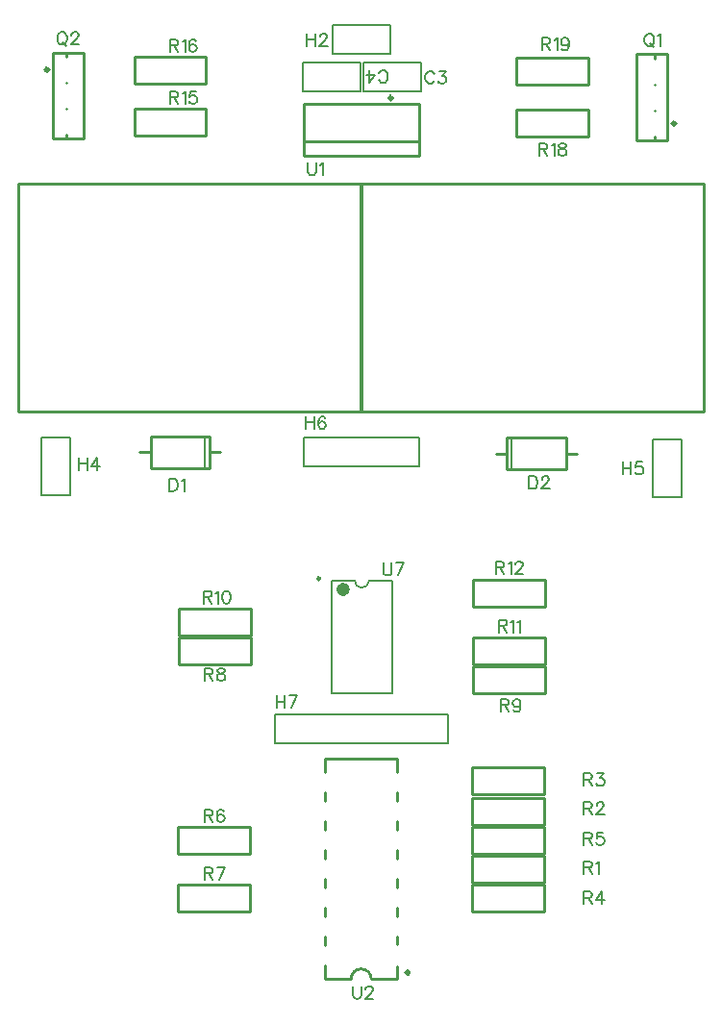
<source format=gto>
G04 Layer: TopSilkscreenLayer*
G04 EasyEDA v6.5.48, 2025-03-25 09:41:14*
G04 1b9fd03e791046f9bebca906f8adb083,878c4c1e0da8487e804687d0af4422f9,10*
G04 Gerber Generator version 0.2*
G04 Scale: 100 percent, Rotated: No, Reflected: No *
G04 Dimensions in millimeters *
G04 leading zeros omitted , absolute positions ,4 integer and 5 decimal *
%FSLAX45Y45*%
%MOMM*%

%ADD10C,0.1524*%
%ADD11C,0.2540*%
%ADD12C,0.2032*%
%ADD13C,0.2030*%
%ADD14C,0.2007*%
%ADD15C,0.2000*%
%ADD16C,0.2400*%
%ADD17C,0.2500*%
%ADD18C,0.6000*%
%ADD19C,0.3000*%
%ADD20C,0.0185*%

%LPD*%
D10*
X4527933Y8667722D02*
G01*
X4527933Y8589744D01*
X4533013Y8574250D01*
X4543427Y8563836D01*
X4558921Y8558756D01*
X4569335Y8558756D01*
X4585083Y8563836D01*
X4595243Y8574250D01*
X4600577Y8589744D01*
X4600577Y8667722D01*
X4634867Y8646894D02*
G01*
X4645281Y8652228D01*
X4660775Y8667722D01*
X4660775Y8558756D01*
X6959597Y2515631D02*
G01*
X6959597Y2406665D01*
X6959597Y2515631D02*
G01*
X7006333Y2515631D01*
X7021827Y2510551D01*
X7027161Y2505217D01*
X7032241Y2494803D01*
X7032241Y2484389D01*
X7027161Y2473975D01*
X7021827Y2468895D01*
X7006333Y2463815D01*
X6959597Y2463815D01*
X6995919Y2463815D02*
G01*
X7032241Y2406665D01*
X7066531Y2494803D02*
G01*
X7076945Y2500137D01*
X7092693Y2515631D01*
X7092693Y2406665D01*
X6959589Y3036326D02*
G01*
X6959589Y2927360D01*
X6959589Y3036326D02*
G01*
X7006325Y3036326D01*
X7021819Y3031246D01*
X7027153Y3025912D01*
X7032233Y3015498D01*
X7032233Y3005084D01*
X7027153Y2994670D01*
X7021819Y2989590D01*
X7006325Y2984510D01*
X6959589Y2984510D01*
X6995911Y2984510D02*
G01*
X7032233Y2927360D01*
X7071857Y3010418D02*
G01*
X7071857Y3015498D01*
X7076937Y3025912D01*
X7082271Y3031246D01*
X7092685Y3036326D01*
X7113259Y3036326D01*
X7123673Y3031246D01*
X7129007Y3025912D01*
X7134087Y3015498D01*
X7134087Y3005084D01*
X7129007Y2994670D01*
X7118593Y2979176D01*
X7066523Y2927360D01*
X7139421Y2927360D01*
X6959584Y2248921D02*
G01*
X6959584Y2139701D01*
X6959584Y2248921D02*
G01*
X7006320Y2248921D01*
X7021814Y2243841D01*
X7027148Y2238507D01*
X7032228Y2228093D01*
X7032228Y2217679D01*
X7027148Y2207265D01*
X7021814Y2202185D01*
X7006320Y2196851D01*
X6959584Y2196851D01*
X6995906Y2196851D02*
G01*
X7032228Y2139701D01*
X7118588Y2248921D02*
G01*
X7066518Y2176277D01*
X7144496Y2176277D01*
X7118588Y2248921D02*
G01*
X7118588Y2139701D01*
X6959610Y2769595D02*
G01*
X6959610Y2660629D01*
X6959610Y2769595D02*
G01*
X7006346Y2769595D01*
X7021840Y2764515D01*
X7027174Y2759181D01*
X7032254Y2748767D01*
X7032254Y2738353D01*
X7027174Y2727939D01*
X7021840Y2722859D01*
X7006346Y2717779D01*
X6959610Y2717779D01*
X6995932Y2717779D02*
G01*
X7032254Y2660629D01*
X7129028Y2769595D02*
G01*
X7076958Y2769595D01*
X7071878Y2722859D01*
X7076958Y2727939D01*
X7092706Y2733273D01*
X7108200Y2733273D01*
X7123694Y2727939D01*
X7134108Y2717779D01*
X7139442Y2702031D01*
X7139442Y2691617D01*
X7134108Y2676123D01*
X7123694Y2665709D01*
X7108200Y2660629D01*
X7092706Y2660629D01*
X7076958Y2665709D01*
X7071878Y2670789D01*
X7066544Y2681203D01*
X3619500Y2972851D02*
G01*
X3619500Y2863631D01*
X3619500Y2972851D02*
G01*
X3666236Y2972851D01*
X3681729Y2967771D01*
X3687063Y2962437D01*
X3692143Y2952023D01*
X3692143Y2941609D01*
X3687063Y2931195D01*
X3681729Y2926115D01*
X3666236Y2920781D01*
X3619500Y2920781D01*
X3655822Y2920781D02*
G01*
X3692143Y2863631D01*
X3788918Y2957357D02*
G01*
X3783584Y2967771D01*
X3768090Y2972851D01*
X3757675Y2972851D01*
X3742181Y2967771D01*
X3731768Y2952023D01*
X3726434Y2926115D01*
X3726434Y2900207D01*
X3731768Y2879379D01*
X3742181Y2868965D01*
X3757675Y2863631D01*
X3763009Y2863631D01*
X3778504Y2868965D01*
X3788918Y2879379D01*
X3793997Y2894873D01*
X3793997Y2900207D01*
X3788918Y2915701D01*
X3778504Y2926115D01*
X3763009Y2931195D01*
X3757675Y2931195D01*
X3742181Y2926115D01*
X3731768Y2915701D01*
X3726434Y2900207D01*
X3619500Y2464851D02*
G01*
X3619500Y2355631D01*
X3619500Y2464851D02*
G01*
X3666236Y2464851D01*
X3681729Y2459771D01*
X3687063Y2454437D01*
X3692143Y2444023D01*
X3692143Y2433609D01*
X3687063Y2423195D01*
X3681729Y2418115D01*
X3666236Y2412781D01*
X3619500Y2412781D01*
X3655822Y2412781D02*
G01*
X3692143Y2355631D01*
X3799331Y2464851D02*
G01*
X3747261Y2355631D01*
X3726434Y2464851D02*
G01*
X3799331Y2464851D01*
X3619484Y4217375D02*
G01*
X3619484Y4108409D01*
X3619484Y4217375D02*
G01*
X3666220Y4217375D01*
X3681714Y4212295D01*
X3687048Y4206961D01*
X3692128Y4196547D01*
X3692128Y4186133D01*
X3687048Y4175973D01*
X3681714Y4170639D01*
X3666220Y4165559D01*
X3619484Y4165559D01*
X3655806Y4165559D02*
G01*
X3692128Y4108409D01*
X3752580Y4217375D02*
G01*
X3736832Y4212295D01*
X3731752Y4201881D01*
X3731752Y4191467D01*
X3736832Y4181053D01*
X3747246Y4175973D01*
X3768074Y4170639D01*
X3783568Y4165559D01*
X3793982Y4155145D01*
X3799316Y4144731D01*
X3799316Y4128983D01*
X3793982Y4118823D01*
X3788902Y4113489D01*
X3773154Y4108409D01*
X3752580Y4108409D01*
X3736832Y4113489D01*
X3731752Y4118823D01*
X3726418Y4128983D01*
X3726418Y4144731D01*
X3731752Y4155145D01*
X3742166Y4165559D01*
X3757660Y4170639D01*
X3778488Y4175973D01*
X3788902Y4181053D01*
X3793982Y4191467D01*
X3793982Y4201881D01*
X3788902Y4212295D01*
X3773154Y4217375D01*
X3752580Y4217375D01*
X6226276Y3943339D02*
G01*
X6226276Y3834373D01*
X6226276Y3943339D02*
G01*
X6273012Y3943339D01*
X6288506Y3938259D01*
X6293840Y3932925D01*
X6298920Y3922511D01*
X6298920Y3912097D01*
X6293840Y3901937D01*
X6288506Y3896603D01*
X6273012Y3891523D01*
X6226276Y3891523D01*
X6262598Y3891523D02*
G01*
X6298920Y3834373D01*
X6400774Y3907017D02*
G01*
X6395694Y3891523D01*
X6385280Y3881109D01*
X6369786Y3875775D01*
X6364452Y3875775D01*
X6348958Y3881109D01*
X6338544Y3891523D01*
X6333210Y3907017D01*
X6333210Y3912097D01*
X6338544Y3927845D01*
X6348958Y3938259D01*
X6364452Y3943339D01*
X6369786Y3943339D01*
X6385280Y3938259D01*
X6395694Y3927845D01*
X6400774Y3907017D01*
X6400774Y3881109D01*
X6395694Y3854947D01*
X6385280Y3839453D01*
X6369786Y3834373D01*
X6359372Y3834373D01*
X6343624Y3839453D01*
X6338544Y3849867D01*
X3608034Y4895844D02*
G01*
X3608034Y4786878D01*
X3608034Y4895844D02*
G01*
X3654770Y4895844D01*
X3670264Y4890764D01*
X3675598Y4885430D01*
X3680678Y4875016D01*
X3680678Y4864602D01*
X3675598Y4854442D01*
X3670264Y4849108D01*
X3654770Y4844028D01*
X3608034Y4844028D01*
X3644356Y4844028D02*
G01*
X3680678Y4786878D01*
X3714968Y4875016D02*
G01*
X3725382Y4880350D01*
X3741130Y4895844D01*
X3741130Y4786878D01*
X3806408Y4895844D02*
G01*
X3790914Y4890764D01*
X3780500Y4875016D01*
X3775420Y4849108D01*
X3775420Y4833614D01*
X3780500Y4807452D01*
X3790914Y4791958D01*
X3806408Y4786878D01*
X3816822Y4786878D01*
X3832570Y4791958D01*
X3842984Y4807452D01*
X3848064Y4833614D01*
X3848064Y4849108D01*
X3842984Y4875016D01*
X3832570Y4890764D01*
X3816822Y4895844D01*
X3806408Y4895844D01*
X6184874Y5157170D02*
G01*
X6184874Y5048204D01*
X6184874Y5157170D02*
G01*
X6231610Y5157170D01*
X6247104Y5152090D01*
X6252438Y5146756D01*
X6257518Y5136342D01*
X6257518Y5125928D01*
X6252438Y5115768D01*
X6247104Y5110434D01*
X6231610Y5105354D01*
X6184874Y5105354D01*
X6221196Y5105354D02*
G01*
X6257518Y5048204D01*
X6291808Y5136342D02*
G01*
X6302222Y5141676D01*
X6317970Y5157170D01*
X6317970Y5048204D01*
X6357340Y5131262D02*
G01*
X6357340Y5136342D01*
X6362674Y5146756D01*
X6367754Y5152090D01*
X6378168Y5157170D01*
X6398996Y5157170D01*
X6409410Y5152090D01*
X6414490Y5146756D01*
X6419824Y5136342D01*
X6419824Y5125928D01*
X6414490Y5115768D01*
X6404076Y5100020D01*
X6352260Y5048204D01*
X6424904Y5048204D01*
X4511786Y6432537D02*
G01*
X4511786Y6323571D01*
X4584430Y6432537D02*
G01*
X4584430Y6323571D01*
X4511786Y6380721D02*
G01*
X4584430Y6380721D01*
X4681204Y6417043D02*
G01*
X4675870Y6427457D01*
X4660376Y6432537D01*
X4649962Y6432537D01*
X4634468Y6427457D01*
X4624054Y6411709D01*
X4618720Y6385801D01*
X4618720Y6359893D01*
X4624054Y6339065D01*
X4634468Y6328651D01*
X4649962Y6323571D01*
X4655296Y6323571D01*
X4670790Y6328651D01*
X4681204Y6339065D01*
X4686284Y6354559D01*
X4686284Y6359893D01*
X4681204Y6375387D01*
X4670790Y6385801D01*
X4655296Y6390881D01*
X4649962Y6390881D01*
X4634468Y6385801D01*
X4624054Y6375387D01*
X4618720Y6359893D01*
X4254482Y3976126D02*
G01*
X4254482Y3867160D01*
X4327126Y3976126D02*
G01*
X4327126Y3867160D01*
X4254482Y3924310D02*
G01*
X4327126Y3924310D01*
X4434314Y3976126D02*
G01*
X4382244Y3867160D01*
X4361416Y3976126D02*
G01*
X4434314Y3976126D01*
X3308586Y5886437D02*
G01*
X3308586Y5777471D01*
X3308586Y5886437D02*
G01*
X3344908Y5886437D01*
X3360656Y5881357D01*
X3370816Y5870943D01*
X3376150Y5860529D01*
X3381230Y5844781D01*
X3381230Y5818873D01*
X3376150Y5803379D01*
X3370816Y5792965D01*
X3360656Y5782551D01*
X3344908Y5777471D01*
X3308586Y5777471D01*
X3415520Y5865609D02*
G01*
X3425934Y5870943D01*
X3441682Y5886437D01*
X3441682Y5777471D01*
X6476987Y5906503D02*
G01*
X6476987Y5797537D01*
X6476987Y5906503D02*
G01*
X6513309Y5906503D01*
X6529057Y5901423D01*
X6539217Y5891009D01*
X6544551Y5880595D01*
X6549631Y5864847D01*
X6549631Y5838939D01*
X6544551Y5823445D01*
X6539217Y5813031D01*
X6529057Y5802617D01*
X6513309Y5797537D01*
X6476987Y5797537D01*
X6589255Y5880595D02*
G01*
X6589255Y5885675D01*
X6594335Y5896089D01*
X6599669Y5901423D01*
X6610083Y5906503D01*
X6630657Y5906503D01*
X6641071Y5901423D01*
X6646405Y5896089D01*
X6651485Y5885675D01*
X6651485Y5875261D01*
X6646405Y5864847D01*
X6635991Y5849353D01*
X6583921Y5797537D01*
X6656819Y5797537D01*
X6959589Y3290323D02*
G01*
X6959589Y3181357D01*
X6959589Y3290323D02*
G01*
X7006325Y3290323D01*
X7021819Y3285243D01*
X7027153Y3279909D01*
X7032233Y3269495D01*
X7032233Y3259081D01*
X7027153Y3248667D01*
X7021819Y3243587D01*
X7006325Y3238507D01*
X6959589Y3238507D01*
X6995911Y3238507D02*
G01*
X7032233Y3181357D01*
X7076937Y3290323D02*
G01*
X7134087Y3290323D01*
X7103099Y3248667D01*
X7118593Y3248667D01*
X7129007Y3243587D01*
X7134087Y3238507D01*
X7139421Y3222759D01*
X7139421Y3212345D01*
X7134087Y3196851D01*
X7123673Y3186437D01*
X7108179Y3181357D01*
X7092685Y3181357D01*
X7076937Y3186437D01*
X7071857Y3191517D01*
X7066523Y3201931D01*
X6207480Y4641816D02*
G01*
X6207480Y4532850D01*
X6207480Y4641816D02*
G01*
X6254216Y4641816D01*
X6269710Y4636736D01*
X6275044Y4631402D01*
X6280124Y4620988D01*
X6280124Y4610574D01*
X6275044Y4600160D01*
X6269710Y4595080D01*
X6254216Y4590000D01*
X6207480Y4590000D01*
X6243802Y4590000D02*
G01*
X6280124Y4532850D01*
X6314414Y4620988D02*
G01*
X6324828Y4626322D01*
X6340576Y4641816D01*
X6340576Y4532850D01*
X6374866Y4620988D02*
G01*
X6385280Y4626322D01*
X6400774Y4641816D01*
X6400774Y4532850D01*
X3314689Y9297438D02*
G01*
X3314689Y9188472D01*
X3314689Y9297438D02*
G01*
X3361425Y9297438D01*
X3376919Y9292358D01*
X3382253Y9287024D01*
X3387333Y9276610D01*
X3387333Y9266196D01*
X3382253Y9255782D01*
X3376919Y9250702D01*
X3361425Y9245622D01*
X3314689Y9245622D01*
X3351011Y9245622D02*
G01*
X3387333Y9188472D01*
X3421623Y9276610D02*
G01*
X3432037Y9281944D01*
X3447785Y9297438D01*
X3447785Y9188472D01*
X3544305Y9297438D02*
G01*
X3492489Y9297438D01*
X3487155Y9250702D01*
X3492489Y9255782D01*
X3507983Y9261116D01*
X3523477Y9261116D01*
X3539225Y9255782D01*
X3549639Y9245622D01*
X3554719Y9229874D01*
X3554719Y9219460D01*
X3549639Y9203966D01*
X3539225Y9193552D01*
X3523477Y9188472D01*
X3507983Y9188472D01*
X3492489Y9193552D01*
X3487155Y9198632D01*
X3482075Y9209046D01*
X3314689Y9754638D02*
G01*
X3314689Y9645672D01*
X3314689Y9754638D02*
G01*
X3361425Y9754638D01*
X3376919Y9749558D01*
X3382253Y9744224D01*
X3387333Y9733810D01*
X3387333Y9723396D01*
X3382253Y9712982D01*
X3376919Y9707902D01*
X3361425Y9702822D01*
X3314689Y9702822D01*
X3351011Y9702822D02*
G01*
X3387333Y9645672D01*
X3421623Y9733810D02*
G01*
X3432037Y9739144D01*
X3447785Y9754638D01*
X3447785Y9645672D01*
X3544305Y9739144D02*
G01*
X3539225Y9749558D01*
X3523477Y9754638D01*
X3513063Y9754638D01*
X3497569Y9749558D01*
X3487155Y9733810D01*
X3482075Y9707902D01*
X3482075Y9681994D01*
X3487155Y9661166D01*
X3497569Y9650752D01*
X3513063Y9645672D01*
X3518397Y9645672D01*
X3533891Y9650752D01*
X3544305Y9661166D01*
X3549639Y9676660D01*
X3549639Y9681994D01*
X3544305Y9697488D01*
X3533891Y9707902D01*
X3518397Y9712982D01*
X3513063Y9712982D01*
X3497569Y9707902D01*
X3487155Y9697488D01*
X3482075Y9681994D01*
X6565877Y8840195D02*
G01*
X6565877Y8731229D01*
X6565877Y8840195D02*
G01*
X6612613Y8840195D01*
X6628107Y8835115D01*
X6633441Y8829781D01*
X6638521Y8819367D01*
X6638521Y8808953D01*
X6633441Y8798539D01*
X6628107Y8793459D01*
X6612613Y8788379D01*
X6565877Y8788379D01*
X6602199Y8788379D02*
G01*
X6638521Y8731229D01*
X6672811Y8819367D02*
G01*
X6683225Y8824701D01*
X6698973Y8840195D01*
X6698973Y8731229D01*
X6759171Y8840195D02*
G01*
X6743677Y8835115D01*
X6738343Y8824701D01*
X6738343Y8814287D01*
X6743677Y8803873D01*
X6753837Y8798539D01*
X6774665Y8793459D01*
X6790413Y8788379D01*
X6800827Y8777965D01*
X6805907Y8767551D01*
X6805907Y8751803D01*
X6800827Y8741389D01*
X6795493Y8736309D01*
X6779999Y8731229D01*
X6759171Y8731229D01*
X6743677Y8736309D01*
X6738343Y8741389D01*
X6733263Y8751803D01*
X6733263Y8767551D01*
X6738343Y8777965D01*
X6748757Y8788379D01*
X6764251Y8793459D01*
X6785079Y8798539D01*
X6795493Y8803873D01*
X6800827Y8814287D01*
X6800827Y8824701D01*
X6795493Y8835115D01*
X6779999Y8840195D01*
X6759171Y8840195D01*
X6591277Y9767293D02*
G01*
X6591277Y9658327D01*
X6591277Y9767293D02*
G01*
X6638013Y9767293D01*
X6653507Y9762213D01*
X6658841Y9756879D01*
X6663921Y9746465D01*
X6663921Y9736051D01*
X6658841Y9725637D01*
X6653507Y9720557D01*
X6638013Y9715477D01*
X6591277Y9715477D01*
X6627599Y9715477D02*
G01*
X6663921Y9658327D01*
X6698211Y9746465D02*
G01*
X6708625Y9751799D01*
X6724373Y9767293D01*
X6724373Y9658327D01*
X6826227Y9730971D02*
G01*
X6820893Y9715477D01*
X6810479Y9705063D01*
X6794985Y9699729D01*
X6789651Y9699729D01*
X6774157Y9705063D01*
X6763743Y9715477D01*
X6758663Y9730971D01*
X6758663Y9736051D01*
X6763743Y9751799D01*
X6774157Y9762213D01*
X6789651Y9767293D01*
X6794985Y9767293D01*
X6810479Y9762213D01*
X6820893Y9751799D01*
X6826227Y9730971D01*
X6826227Y9705063D01*
X6820893Y9678901D01*
X6810479Y9663407D01*
X6794985Y9658327D01*
X6784571Y9658327D01*
X6769077Y9663407D01*
X6763743Y9673821D01*
X5640565Y9449274D02*
G01*
X5635231Y9459688D01*
X5624817Y9470102D01*
X5614657Y9475182D01*
X5593829Y9475182D01*
X5583415Y9470102D01*
X5573001Y9459688D01*
X5567667Y9449274D01*
X5562587Y9433526D01*
X5562587Y9407618D01*
X5567667Y9392124D01*
X5573001Y9381710D01*
X5583415Y9371296D01*
X5593829Y9366216D01*
X5614657Y9366216D01*
X5624817Y9371296D01*
X5635231Y9381710D01*
X5640565Y9392124D01*
X5685269Y9475182D02*
G01*
X5742419Y9475182D01*
X5711177Y9433526D01*
X5726671Y9433526D01*
X5737085Y9428446D01*
X5742419Y9423366D01*
X5747499Y9407618D01*
X5747499Y9397204D01*
X5742419Y9381710D01*
X5732005Y9371296D01*
X5716257Y9366216D01*
X5700763Y9366216D01*
X5685269Y9371296D01*
X5679935Y9376376D01*
X5674855Y9386790D01*
X5154411Y9397464D02*
G01*
X5159745Y9387050D01*
X5170159Y9376636D01*
X5180319Y9371556D01*
X5201147Y9371556D01*
X5211561Y9376636D01*
X5221975Y9387050D01*
X5227309Y9397464D01*
X5232389Y9413212D01*
X5232389Y9439120D01*
X5227309Y9454614D01*
X5221975Y9465028D01*
X5211561Y9475442D01*
X5201147Y9480522D01*
X5180319Y9480522D01*
X5170159Y9475442D01*
X5159745Y9465028D01*
X5154411Y9454614D01*
X5068305Y9371556D02*
G01*
X5120121Y9444200D01*
X5042143Y9444200D01*
X5068305Y9371556D02*
G01*
X5068305Y9480522D01*
X4521189Y9805395D02*
G01*
X4521189Y9696429D01*
X4593833Y9805395D02*
G01*
X4593833Y9696429D01*
X4521189Y9753579D02*
G01*
X4593833Y9753579D01*
X4633457Y9779487D02*
G01*
X4633457Y9784567D01*
X4638537Y9794981D01*
X4643871Y9800315D01*
X4654285Y9805395D01*
X4674859Y9805395D01*
X4685273Y9800315D01*
X4690607Y9794981D01*
X4695687Y9784567D01*
X4695687Y9774153D01*
X4690607Y9763739D01*
X4680193Y9748245D01*
X4628123Y9696429D01*
X4701021Y9696429D01*
X2514574Y6071615D02*
G01*
X2514574Y5962650D01*
X2587218Y6071615D02*
G01*
X2587218Y5962650D01*
X2514574Y6019800D02*
G01*
X2587218Y6019800D01*
X2673578Y6071615D02*
G01*
X2621508Y5998971D01*
X2699486Y5998971D01*
X2673578Y6071615D02*
G01*
X2673578Y5962650D01*
X7302474Y6033515D02*
G01*
X7302474Y5924550D01*
X7375118Y6033515D02*
G01*
X7375118Y5924550D01*
X7302474Y5981700D02*
G01*
X7375118Y5981700D01*
X7471892Y6033515D02*
G01*
X7419822Y6033515D01*
X7414742Y5986779D01*
X7419822Y5991860D01*
X7435570Y5997194D01*
X7451064Y5997194D01*
X7466558Y5991860D01*
X7476972Y5981700D01*
X7482306Y5965952D01*
X7482306Y5955537D01*
X7476972Y5940044D01*
X7466558Y5929629D01*
X7451064Y5924550D01*
X7435570Y5924550D01*
X7419822Y5929629D01*
X7414742Y5934710D01*
X7409408Y5945123D01*
X7524198Y9805403D02*
G01*
X7513784Y9800323D01*
X7503370Y9789909D01*
X7498036Y9779495D01*
X7492956Y9763747D01*
X7492956Y9737839D01*
X7498036Y9722345D01*
X7503370Y9711931D01*
X7513784Y9701517D01*
X7524198Y9696437D01*
X7545026Y9696437D01*
X7555186Y9701517D01*
X7565600Y9711931D01*
X7570934Y9722345D01*
X7576014Y9737839D01*
X7576014Y9763747D01*
X7570934Y9779495D01*
X7565600Y9789909D01*
X7555186Y9800323D01*
X7545026Y9805403D01*
X7524198Y9805403D01*
X7539692Y9717011D02*
G01*
X7570934Y9686023D01*
X7610304Y9784575D02*
G01*
X7620718Y9789909D01*
X7636466Y9805403D01*
X7636466Y9696437D01*
X2355319Y9818103D02*
G01*
X2344905Y9813023D01*
X2334491Y9802609D01*
X2329157Y9792195D01*
X2324077Y9776447D01*
X2324077Y9750539D01*
X2329157Y9735045D01*
X2334491Y9724631D01*
X2344905Y9714217D01*
X2355319Y9709137D01*
X2376147Y9709137D01*
X2386307Y9714217D01*
X2396721Y9724631D01*
X2402055Y9735045D01*
X2407135Y9750539D01*
X2407135Y9776447D01*
X2402055Y9792195D01*
X2396721Y9802609D01*
X2386307Y9813023D01*
X2376147Y9818103D01*
X2355319Y9818103D01*
X2370813Y9729711D02*
G01*
X2402055Y9698723D01*
X2446759Y9792195D02*
G01*
X2446759Y9797275D01*
X2451839Y9807689D01*
X2457173Y9813023D01*
X2467587Y9818103D01*
X2488161Y9818103D01*
X2498575Y9813023D01*
X2503909Y9807689D01*
X2508989Y9797275D01*
X2508989Y9786861D01*
X2503909Y9776447D01*
X2493495Y9760953D01*
X2441425Y9709137D01*
X2514323Y9709137D01*
X4925570Y1416052D02*
G01*
X4925570Y1338074D01*
X4930650Y1322580D01*
X4941064Y1312166D01*
X4956812Y1307086D01*
X4967226Y1307086D01*
X4982720Y1312166D01*
X4993134Y1322580D01*
X4998214Y1338074D01*
X4998214Y1416052D01*
X5037838Y1390144D02*
G01*
X5037838Y1395224D01*
X5042918Y1405638D01*
X5048252Y1410972D01*
X5058666Y1416052D01*
X5079240Y1416052D01*
X5089654Y1410972D01*
X5094988Y1405638D01*
X5100068Y1395224D01*
X5100068Y1384810D01*
X5094988Y1374396D01*
X5084574Y1358902D01*
X5032504Y1307086D01*
X5105402Y1307086D01*
X5194279Y5144495D02*
G01*
X5194279Y5066517D01*
X5199359Y5051023D01*
X5209773Y5040609D01*
X5225521Y5035529D01*
X5235935Y5035529D01*
X5251429Y5040609D01*
X5261843Y5051023D01*
X5266923Y5066517D01*
X5266923Y5144495D01*
X5374111Y5144495D02*
G01*
X5322041Y5035529D01*
X5301213Y5144495D02*
G01*
X5374111Y5144495D01*
D11*
X1981189Y8483622D02*
G01*
X1981189Y6477022D01*
X4991089Y6477022D01*
X4991089Y8483622D01*
X5003789Y8483622D02*
G01*
X5003789Y6477022D01*
X8013689Y6477022D01*
X8013689Y8483622D01*
X1981189Y8483622D02*
G01*
X4991089Y8483622D01*
X5003789Y8483622D02*
G01*
X8013689Y8483622D01*
X5511690Y8856014D02*
G01*
X4495690Y8856014D01*
X5511693Y8731013D02*
G01*
X4495693Y8731013D01*
X4495690Y8731013D02*
G01*
X4495690Y9189011D01*
X5511690Y9189011D01*
X5511690Y8731013D01*
X5978222Y2331735D02*
G01*
X5978222Y2570495D01*
X5978222Y2570495D02*
G01*
X6608142Y2570495D01*
X6608142Y2570495D02*
G01*
X6608142Y2331735D01*
X6608142Y2331735D02*
G01*
X5978222Y2331735D01*
X5978222Y2839735D02*
G01*
X5978222Y3078495D01*
X5978222Y3078495D02*
G01*
X6608142Y3078495D01*
X6608142Y3078495D02*
G01*
X6608142Y2839735D01*
X6608142Y2839735D02*
G01*
X5978222Y2839735D01*
X6608142Y2316495D02*
G01*
X6608142Y2077735D01*
X6608142Y2077735D02*
G01*
X5978222Y2077735D01*
X5978222Y2077735D02*
G01*
X5978222Y2316495D01*
X5978222Y2316495D02*
G01*
X6608142Y2316495D01*
X6608142Y2824495D02*
G01*
X6608142Y2585735D01*
X6608142Y2585735D02*
G01*
X5978222Y2585735D01*
X5978222Y2585735D02*
G01*
X5978222Y2824495D01*
X5978222Y2824495D02*
G01*
X6608142Y2824495D01*
X3387427Y2585735D02*
G01*
X3387427Y2824495D01*
X3387427Y2824495D02*
G01*
X4017347Y2824495D01*
X4017347Y2824495D02*
G01*
X4017347Y2585735D01*
X4017347Y2585735D02*
G01*
X3387427Y2585735D01*
X3387427Y2077735D02*
G01*
X3387427Y2316495D01*
X3387427Y2316495D02*
G01*
X4017347Y2316495D01*
X4017347Y2316495D02*
G01*
X4017347Y2077735D01*
X4017347Y2077735D02*
G01*
X3387427Y2077735D01*
X3393432Y4249412D02*
G01*
X3393432Y4488172D01*
X3393432Y4488172D02*
G01*
X4023352Y4488172D01*
X4023352Y4488172D02*
G01*
X4023352Y4249412D01*
X4023352Y4249412D02*
G01*
X3393432Y4249412D01*
X6614147Y4234172D02*
G01*
X6614147Y3995412D01*
X6614147Y3995412D02*
G01*
X5984227Y3995412D01*
X5984227Y3995412D02*
G01*
X5984227Y4234172D01*
X5984227Y4234172D02*
G01*
X6614147Y4234172D01*
X4023352Y4742169D02*
G01*
X4023352Y4503409D01*
X4023352Y4503409D02*
G01*
X3393432Y4503409D01*
X3393432Y4503409D02*
G01*
X3393432Y4742169D01*
X3393432Y4742169D02*
G01*
X4023352Y4742169D01*
X5984227Y4757409D02*
G01*
X5984227Y4996169D01*
X5984227Y4996169D02*
G01*
X6614147Y4996169D01*
X6614147Y4996169D02*
G01*
X6614147Y4757409D01*
X6614147Y4757409D02*
G01*
X5984227Y4757409D01*
D12*
X4495774Y5994400D02*
G01*
X4495774Y6248400D01*
X5511774Y6248400D01*
X5511774Y5994400D01*
X5321274Y5994400D01*
D13*
X4495774Y5994400D02*
G01*
X5321274Y5994400D01*
D12*
X4432289Y3809992D02*
G01*
X4241789Y3809992D01*
X4241789Y3555992D01*
X5765789Y3555992D01*
X5765789Y3809992D01*
D13*
X5765789Y3809992D02*
G01*
X4432289Y3809992D01*
D11*
X3143580Y6261381D02*
G01*
X3143580Y5981392D01*
X3143580Y5981392D02*
G01*
X3663579Y5981392D01*
D10*
X3619474Y5986195D02*
G01*
X3619474Y6261435D01*
D11*
X3142581Y6121384D02*
G01*
X3047982Y6121384D01*
X3664590Y6121384D02*
G01*
X3759182Y6121384D01*
X3143580Y6261381D02*
G01*
X3663579Y6261381D01*
X3663579Y6261381D02*
G01*
X3663579Y5981392D01*
X6800468Y5968718D02*
G01*
X6800468Y6248707D01*
X6800468Y6248707D02*
G01*
X6280470Y6248707D01*
D10*
X6324574Y6243904D02*
G01*
X6324574Y5968664D01*
D11*
X6801467Y6108715D02*
G01*
X6896066Y6108715D01*
X6279459Y6108715D02*
G01*
X6184866Y6108715D01*
X6800468Y5968718D02*
G01*
X6280470Y5968718D01*
X6280470Y5968718D02*
G01*
X6280470Y6248707D01*
X5978222Y3106432D02*
G01*
X5978222Y3345192D01*
X5978222Y3345192D02*
G01*
X6608142Y3345192D01*
X6608142Y3345192D02*
G01*
X6608142Y3106432D01*
X6608142Y3106432D02*
G01*
X5978222Y3106432D01*
X6614147Y4488172D02*
G01*
X6614147Y4249412D01*
X6614147Y4249412D02*
G01*
X5984227Y4249412D01*
X5984227Y4249412D02*
G01*
X5984227Y4488172D01*
X5984227Y4488172D02*
G01*
X6614147Y4488172D01*
X2999729Y8910342D02*
G01*
X2999729Y9149102D01*
X2999729Y9149102D02*
G01*
X3629649Y9149102D01*
X3629649Y9149102D02*
G01*
X3629649Y8910342D01*
X3629649Y8910342D02*
G01*
X2999729Y8910342D01*
X2999729Y9367542D02*
G01*
X2999729Y9606302D01*
X2999729Y9606302D02*
G01*
X3629649Y9606302D01*
X3629649Y9606302D02*
G01*
X3629649Y9367542D01*
X3629649Y9367542D02*
G01*
X2999729Y9367542D01*
X6365229Y8897642D02*
G01*
X6365229Y9136402D01*
X6365229Y9136402D02*
G01*
X6995149Y9136402D01*
X6995149Y9136402D02*
G01*
X6995149Y8897642D01*
X6995149Y8897642D02*
G01*
X6365229Y8897642D01*
X6365229Y9354842D02*
G01*
X6365229Y9593602D01*
X6365229Y9593602D02*
G01*
X6995149Y9593602D01*
X6995149Y9593602D02*
G01*
X6995149Y9354842D01*
X6995149Y9354842D02*
G01*
X6365229Y9354842D01*
D14*
X5524235Y9550128D02*
G01*
X5016235Y9550128D01*
X5016235Y9296128D01*
X5524235Y9296128D01*
X5524235Y9550128D01*
X4483343Y9296636D02*
G01*
X4991343Y9296636D01*
X4991343Y9550636D01*
X4483343Y9550636D01*
X4483343Y9296636D01*
D12*
X5257789Y9880579D02*
G01*
X5257789Y9629119D01*
X4749789Y9629119D01*
X4749789Y9880579D01*
X5257789Y9880579D01*
X2184374Y6248400D02*
G01*
X2435834Y6248400D01*
X2435834Y5740400D01*
X2184374Y5740400D01*
X2184374Y6248400D01*
X7569174Y6235700D02*
G01*
X7820634Y6235700D01*
X7820634Y5727700D01*
X7569174Y5727700D01*
X7569174Y6235700D01*
D11*
X7425385Y9625581D02*
G01*
X7425385Y8865582D01*
X7695885Y8865582D01*
X7695885Y9625581D01*
X7425885Y9625581D01*
X7581884Y8902664D02*
G01*
X7581884Y8865582D01*
X7581884Y9131663D02*
G01*
X7581884Y9130502D01*
X7581884Y9360669D02*
G01*
X7581884Y9359501D01*
X7581884Y9611580D02*
G01*
X7581884Y9588507D01*
X2556794Y8878282D02*
G01*
X2556794Y9638281D01*
X2286294Y9638281D01*
X2286294Y8878282D01*
X2556294Y8878282D01*
X2400294Y9601200D02*
G01*
X2400294Y9638281D01*
X2400294Y9372201D02*
G01*
X2400294Y9373362D01*
X2400294Y9143194D02*
G01*
X2400294Y9144363D01*
X2400294Y8892283D02*
G01*
X2400294Y8915356D01*
X5317835Y3304364D02*
G01*
X5317835Y3421115D01*
X5317835Y3050364D02*
G01*
X5317835Y3121865D01*
X5317835Y2796364D02*
G01*
X5317835Y2867865D01*
X5317835Y2542364D02*
G01*
X5317835Y2613865D01*
X5317835Y2288364D02*
G01*
X5317835Y2359865D01*
X5317835Y2034364D02*
G01*
X5317835Y2105865D01*
X5317835Y1787230D02*
G01*
X5317835Y1851865D01*
X5317835Y1481114D02*
G01*
X5317835Y1591000D01*
X5317835Y3421115D02*
G01*
X4677836Y3421115D01*
X4677836Y1481114D02*
G01*
X4677836Y1597863D01*
X4677836Y1481114D02*
G01*
X4908936Y1481114D01*
X4677836Y3304367D02*
G01*
X4677836Y3421115D01*
X4677836Y3050367D02*
G01*
X4677836Y3121863D01*
X4677836Y2796367D02*
G01*
X4677836Y2867863D01*
X4677836Y2542367D02*
G01*
X4677836Y2613863D01*
X4677836Y2288367D02*
G01*
X4677836Y2359863D01*
X4677836Y2034367D02*
G01*
X4677836Y2105863D01*
X4677836Y1780367D02*
G01*
X4677836Y1851863D01*
X5317835Y1481114D02*
G01*
X5086736Y1481114D01*
D15*
X5067790Y4989789D02*
G01*
X5067289Y4989819D01*
X5268711Y4989819D01*
X5268711Y3999727D01*
X4738867Y3999727D01*
X4738867Y4989819D01*
X4940289Y4989819D01*
X4939789Y4989789D01*
D16*
G75*
G01*
X4908936Y1481094D02*
G02*
X5086736Y1481135I88900J21D01*
D15*
G75*
G01*
X4939789Y4989789D02*
G03*
X5066789Y4989789I63500J0D01*
D17*
G75*
G01*
X4622790Y5019284D02*
G03*
X4623044Y5019284I127J-12499D01*
D18*
G75*
G01*
X4838690Y4940798D02*
G03*
X4839198Y4940798I254J-29999D01*
D19*
G75*
G01
X5272684Y9239021D02*
G03X5272684Y9239021I-15011J0D01*
G75*
G01
X7766914Y9015578D02*
G03X7766914Y9015578I-15011J0D01*
G75*
G01
X2245309Y9488246D02*
G03X2245309Y9488246I-15011J0D01*
D11*
G75*
G01
X5422189Y1536725D02*
G03X5422189Y1536725I-17958J0D01*
M02*

</source>
